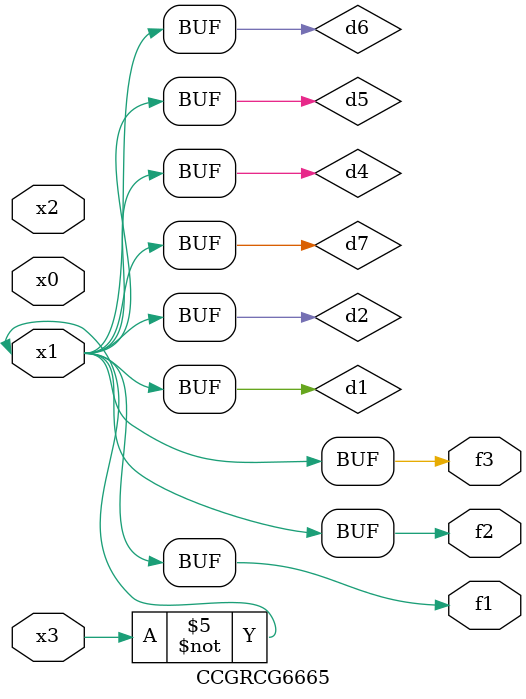
<source format=v>
module CCGRCG6665(
	input x0, x1, x2, x3,
	output f1, f2, f3
);

	wire d1, d2, d3, d4, d5, d6, d7;

	not (d1, x3);
	buf (d2, x1);
	xnor (d3, d1, d2);
	nor (d4, d1);
	buf (d5, d1, d2);
	buf (d6, d4, d5);
	nand (d7, d4);
	assign f1 = d6;
	assign f2 = d7;
	assign f3 = d6;
endmodule

</source>
